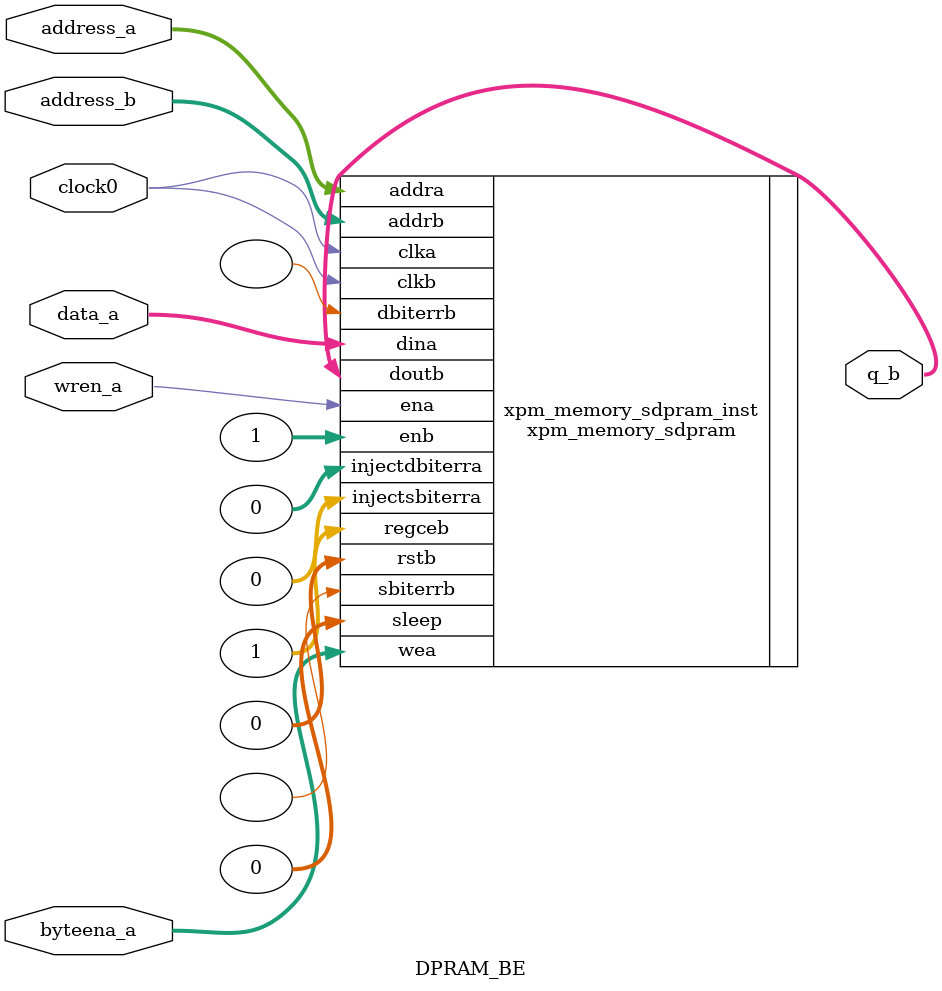
<source format=v>

module DPRAM_BE
   #(parameter
        numwords_a=32,
        numwords_b=32,
        widthad_a=32,
        widthad_b=32,
        width_a=32,
        width_b=32
    )
    (
        input [widthad_a-1:0] address_a,
        input [width_a/8-1:0] byteena_a,
        input clock0,
        input [width_a-1:0] data_a,
        output [width_b-1:0] q_b,
        input wren_a,
        input [widthad_b-1:0] address_b
    );

xpm_memory_sdpram #(
    .ADDR_WIDTH_A(widthad_a), // DECIMAL
    .ADDR_WIDTH_B(widthad_b), // DECIMAL
    .AUTO_SLEEP_TIME(0), // DECIMAL
    .BYTE_WRITE_WIDTH_A(8), // DECIMAL
    .CASCADE_HEIGHT(0), // DECIMAL
    .CLOCKING_MODE("common_clock"), // String
    .ECC_MODE("no_ecc"), // String
    .MEMORY_INIT_FILE("none"), // String
    .MEMORY_INIT_PARAM("0"), // String
    .MEMORY_OPTIMIZATION("true"), // String
    .MEMORY_PRIMITIVE("auto"), // String
    .MEMORY_SIZE(numwords_a*width_a), // DECIMAL
    .MESSAGE_CONTROL(0), // DECIMAL
    .READ_DATA_WIDTH_B(width_b), // DECIMAL
    .READ_LATENCY_B(1), // DECIMAL
    .READ_RESET_VALUE_B("0"), // String
    .RST_MODE_A("SYNC"), // String
    .RST_MODE_B("SYNC"), // String
    .SIM_ASSERT_CHK(0), // DECIMAL; 0=disable simulation messages, 1=enable simulation messages
    .USE_EMBEDDED_CONSTRAINT(0), // DECIMAL
    .USE_MEM_INIT(1), // DECIMAL
    .USE_MEM_INIT_MMI(0), // DECIMAL
    .WAKEUP_TIME("disable_sleep"), // String
    .WRITE_DATA_WIDTH_A(width_a), // DECIMAL
    .WRITE_MODE_B("no_change"), // String
    .WRITE_PROTECT(1) // DECIMAL
)
xpm_memory_sdpram_inst
(
    .dbiterrb(),     // 1-bit output: Status signal to indicate double bit error occurrence
    .doutb(q_b),         // READ_DATA_WIDTH_B-bit output: Data output for port B read operations.
    .sbiterrb(),     // 1-bit output: Status signal to indicate single bit error occurrence
    .addra(address_a),   // ADDR_WIDTH_A-bit input: Address for port A write operations.
    .addrb(address_b),   // ADDR_WIDTH_B-bit input: Address for port B read operations.
    .clka(clock0),       // 1-bit input: Clock signal for port A. Also clocks port B when
    .clkb(clock0),       // 1-bit input: Clock signal for port B when parameter CLOCKING_MODE is
                          // "independent_clock". Unused when parameter CLOCKING_MODE is
                          // "common_clock".
    .dina(data_a),       // WRITE_DATA_WIDTH_A-bit input: Data input for port A write operations.
    .ena(wren_a),        // 1-bit input: Memory enable signal for port A. Must be high on clock
    .enb(1),           // 1-bit input: Memory enable signal for port B. Must be high on clock
    .injectdbiterra(0), // 1-bit input: Controls double bit error injection on input data when
                           // ECC enabled (Error injection capability is not available in
                           // "decode_only" mode).
    .injectsbiterra(0), // 1-bit input: Controls single bit error injection on input data when
                           // ECC enabled (Error injection capability is not available in
                           // "decode_only" mode).
    .regceb(1),         // 1-bit input: Clock Enable for the last register stage on the output
                           // data path.
    .rstb(0),           // 1-bit input: Reset signal for the final port B output register
                           // stage. Synchronously resets output port doutb to the value specified
                           // by parameter READ_RESET_VALUE_B.
    .sleep(0),          // 1-bit input: sleep signal to enable the dynamic power saving feature.
    .wea(byteena_a)       // WRITE_DATA_WIDTH_A/BYTE_WRITE_WIDTH_A-bit input: Write enable vector
                           // for port A input data port dina. 1 bit wide when word-wide writes
                           // are used. In byte-wide write configurations, each bit controls the
                           // writing one byte of dina to address addra. For example, to
                           // synchronously write only bits [15-8] of dina when WRITE_DATA_WIDTH_A
                           // is 32, wea would be 4'b0010.
);

endmodule

</source>
